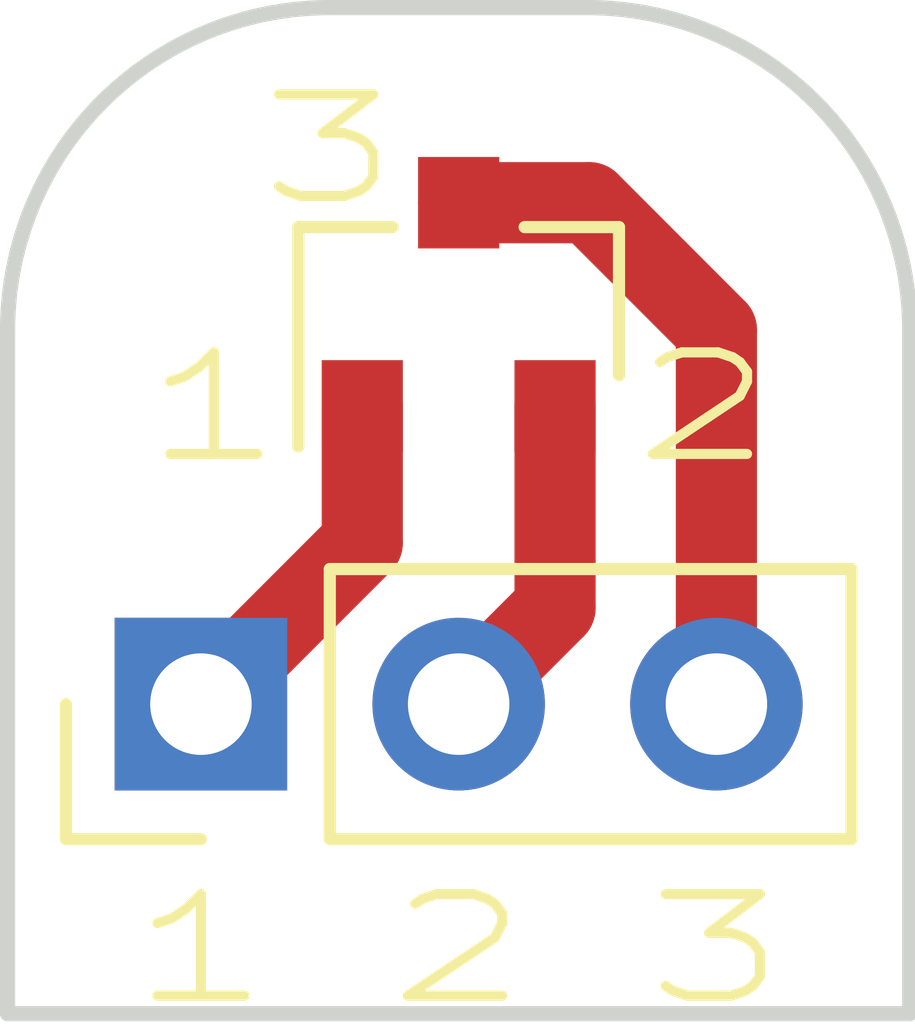
<source format=kicad_pcb>
(kicad_pcb (version 4) (host pcbnew 4.0.7-e2-6376~58~ubuntu16.04.1)

  (general
    (links 0)
    (no_connects 0)
    (area 119.885 81.192999 136.965 111.593001)
    (thickness 1.6)
    (drawings 16)
    (tracks 7)
    (zones 0)
    (modules 2)
    (nets 1)
  )

  (page A4)
  (layers
    (0 F.Cu signal)
    (31 B.Cu signal)
    (32 B.Adhes user)
    (33 F.Adhes user)
    (34 B.Paste user)
    (35 F.Paste user)
    (36 B.SilkS user)
    (37 F.SilkS user)
    (38 B.Mask user)
    (39 F.Mask user)
    (40 Dwgs.User user)
    (41 Cmts.User user)
    (42 Eco1.User user)
    (43 Eco2.User user)
    (44 Edge.Cuts user)
    (45 Margin user)
    (46 B.CrtYd user)
    (47 F.CrtYd user)
    (48 B.Fab user)
    (49 F.Fab user)
  )

  (setup
    (last_trace_width 0.8)
    (user_trace_width 0.5)
    (user_trace_width 0.8)
    (trace_clearance 0.2)
    (zone_clearance 0.508)
    (zone_45_only no)
    (trace_min 0.2)
    (segment_width 0.2)
    (edge_width 0.15)
    (via_size 0.6)
    (via_drill 0.4)
    (via_min_size 0.4)
    (via_min_drill 0.3)
    (uvia_size 0.3)
    (uvia_drill 0.1)
    (uvias_allowed no)
    (uvia_min_size 0.2)
    (uvia_min_drill 0.1)
    (pcb_text_width 0.3)
    (pcb_text_size 1.5 1.5)
    (mod_edge_width 0.15)
    (mod_text_size 1 1)
    (mod_text_width 0.15)
    (pad_size 1.524 1.524)
    (pad_drill 0.762)
    (pad_to_mask_clearance 0.2)
    (aux_axis_origin 0 0)
    (visible_elements FFFFFF7F)
    (pcbplotparams
      (layerselection 0x010f0_80000001)
      (usegerberextensions true)
      (excludeedgelayer true)
      (linewidth 0.100000)
      (plotframeref false)
      (viasonmask false)
      (mode 1)
      (useauxorigin false)
      (hpglpennumber 1)
      (hpglpenspeed 20)
      (hpglpendiameter 15)
      (hpglpenoverlay 2)
      (psnegative false)
      (psa4output false)
      (plotreference true)
      (plotvalue true)
      (plotinvisibletext false)
      (padsonsilk false)
      (subtractmaskfromsilk false)
      (outputformat 1)
      (mirror false)
      (drillshape 0)
      (scaleselection 1)
      (outputdirectory ""))
  )

  (net 0 "")

  (net_class Default "This is the default net class."
    (clearance 0.2)
    (trace_width 0.25)
    (via_dia 0.6)
    (via_drill 0.4)
    (uvia_dia 0.3)
    (uvia_drill 0.1)
  )

  (module TO_SOT_Packages_SMD:SOT-23 (layer F.Cu) (tedit 5A1A042C) (tstamp 5A8FADD1)
    (at 125.73 92.456 90)
    (descr "SOT-23, Standard")
    (tags SOT-23)
    (attr smd)
    (fp_text reference REF** (at -3.683 7.112 90) (layer F.SilkS) hide
      (effects (font (size 1 1) (thickness 0.15)))
    )
    (fp_text value SOT-23 (at 0 10.16 90) (layer F.Fab) hide
      (effects (font (size 1 1) (thickness 0.15)))
    )
    (fp_text user %R (at 0.127 7.239 180) (layer F.Fab) hide
      (effects (font (size 0.5 0.5) (thickness 0.075)))
    )
    (fp_line (start -0.7 -0.95) (end -0.7 1.5) (layer F.Fab) (width 0.1))
    (fp_line (start -0.15 -1.52) (end 0.7 -1.52) (layer F.Fab) (width 0.1))
    (fp_line (start -0.7 -0.95) (end -0.15 -1.52) (layer F.Fab) (width 0.1))
    (fp_line (start 0.7 -1.52) (end 0.7 1.52) (layer F.Fab) (width 0.1))
    (fp_line (start -0.7 1.52) (end 0.7 1.52) (layer F.Fab) (width 0.1))
    (fp_line (start 0.76 1.58) (end 0.76 0.65) (layer F.SilkS) (width 0.12))
    (fp_line (start 0.76 -1.58) (end 0.76 -0.65) (layer F.SilkS) (width 0.12))
    (fp_line (start -1.7 -1.75) (end 1.7 -1.75) (layer F.CrtYd) (width 0.05))
    (fp_line (start 1.7 -1.75) (end 1.7 1.75) (layer F.CrtYd) (width 0.05))
    (fp_line (start 1.7 1.75) (end -1.7 1.75) (layer F.CrtYd) (width 0.05))
    (fp_line (start -1.7 1.75) (end -1.7 -1.75) (layer F.CrtYd) (width 0.05))
    (fp_line (start 0.76 -1.58) (end -1.4 -1.58) (layer F.SilkS) (width 0.12))
    (fp_line (start 0.76 1.58) (end -0.7 1.58) (layer F.SilkS) (width 0.12))
    (pad 1 smd rect (at -1 -0.95 90) (size 0.9 0.8) (layers F.Cu F.Paste F.Mask))
    (pad 2 smd rect (at -1 0.95 90) (size 0.9 0.8) (layers F.Cu F.Paste F.Mask))
    (pad 3 smd rect (at 1 0 90) (size 0.9 0.8) (layers F.Cu F.Paste F.Mask))
    (model ${KISYS3DMOD}/TO_SOT_Packages_SMD.3dshapes/SOT-23.wrl
      (at (xyz 0 0 0))
      (scale (xyz 1 1 1))
      (rotate (xyz 0 0 0))
    )
  )

  (module Pin_Headers:Pin_Header_Straight_1x03_Pitch2.54mm (layer F.Cu) (tedit 5A1A0483) (tstamp 5A98E80B)
    (at 123.19 96.393 90)
    (descr "Through hole straight pin header, 1x03, 2.54mm pitch, single row")
    (tags "Through hole pin header THT 1x03 2.54mm single row")
    (fp_text reference REF** (at 0 -2.33 90) (layer F.SilkS) hide
      (effects (font (size 1 1) (thickness 0.15)))
    )
    (fp_text value Pin_Header_Straight_1x03_Pitch2.54mm (at 0 7.41 90) (layer F.Fab) hide
      (effects (font (size 1 1) (thickness 0.15)))
    )
    (fp_line (start -0.635 -1.27) (end 1.27 -1.27) (layer F.Fab) (width 0.1))
    (fp_line (start 1.27 -1.27) (end 1.27 6.35) (layer F.Fab) (width 0.1))
    (fp_line (start 1.27 6.35) (end -1.27 6.35) (layer F.Fab) (width 0.1))
    (fp_line (start -1.27 6.35) (end -1.27 -0.635) (layer F.Fab) (width 0.1))
    (fp_line (start -1.27 -0.635) (end -0.635 -1.27) (layer F.Fab) (width 0.1))
    (fp_line (start -1.33 6.41) (end 1.33 6.41) (layer F.SilkS) (width 0.12))
    (fp_line (start -1.33 1.27) (end -1.33 6.41) (layer F.SilkS) (width 0.12))
    (fp_line (start 1.33 1.27) (end 1.33 6.41) (layer F.SilkS) (width 0.12))
    (fp_line (start -1.33 1.27) (end 1.33 1.27) (layer F.SilkS) (width 0.12))
    (fp_line (start -1.33 0) (end -1.33 -1.33) (layer F.SilkS) (width 0.12))
    (fp_line (start -1.33 -1.33) (end 0 -1.33) (layer F.SilkS) (width 0.12))
    (fp_line (start -1.8 -1.8) (end -1.8 6.85) (layer F.CrtYd) (width 0.05))
    (fp_line (start -1.8 6.85) (end 1.8 6.85) (layer F.CrtYd) (width 0.05))
    (fp_line (start 1.8 6.85) (end 1.8 -1.8) (layer F.CrtYd) (width 0.05))
    (fp_line (start 1.8 -1.8) (end -1.8 -1.8) (layer F.CrtYd) (width 0.05))
    (fp_text user %R (at 0 2.54 180) (layer F.Fab) hide
      (effects (font (size 1 1) (thickness 0.15)))
    )
    (pad 1 thru_hole rect (at 0 0 90) (size 1.7 1.7) (drill 1) (layers *.Cu *.Mask))
    (pad 2 thru_hole oval (at 0 2.54 90) (size 1.7 1.7) (drill 1) (layers *.Cu *.Mask))
    (pad 3 thru_hole oval (at 0 5.08 90) (size 1.7 1.7) (drill 1) (layers *.Cu *.Mask))
    (model ${KISYS3DMOD}/Pin_Headers.3dshapes/Pin_Header_Straight_1x03_Pitch2.54mm.wrl
      (at (xyz 0 0 0))
      (scale (xyz 1 1 1))
      (rotate (xyz 0 0 0))
    )
  )

  (gr_text 32bitfun.com (at 125.73 98.552) (layer B.Mask)
    (effects (font (size 0.8 0.8) (thickness 0.05)) (justify mirror))
  )
  (gr_text "SOT23\nAdapter" (at 125.73 92.329) (layer B.Mask)
    (effects (font (size 1 1.5) (thickness 0.1)) (justify mirror))
  )
  (gr_line (start 127 89.535) (end 124.46 89.535) (layer Edge.Cuts) (width 0.15))
  (gr_arc (start 124.46 92.71) (end 121.285 92.71) (angle 90) (layer Edge.Cuts) (width 0.15))
  (gr_arc (start 127 92.71) (end 127 89.535) (angle 90) (layer Edge.Cuts) (width 0.15))
  (gr_line (start 121.285 92.71) (end 121.285 92.71) (layer Edge.Cuts) (width 0.15) (tstamp 5A98E881))
  (gr_line (start 121.285 99.441) (end 121.285 92.71) (layer Edge.Cuts) (width 0.15))
  (gr_line (start 130.175 92.71) (end 130.175 92.71) (layer Edge.Cuts) (width 0.15) (tstamp 5A98E880))
  (gr_line (start 130.175 99.441) (end 130.175 92.71) (layer Edge.Cuts) (width 0.15))
  (gr_line (start 121.285 99.441) (end 130.175 99.441) (layer Edge.Cuts) (width 0.15))
  (gr_text 3 (at 128.27 98.806) (layer F.SilkS)
    (effects (font (size 1 1.5) (thickness 0.1)))
  )
  (gr_text 2 (at 125.73 98.806) (layer F.SilkS)
    (effects (font (size 1 1.5) (thickness 0.1)))
  )
  (gr_text 1 (at 123.19 98.806) (layer F.SilkS)
    (effects (font (size 1 1.5) (thickness 0.1)))
  )
  (gr_text 3 (at 124.46 90.932) (layer F.SilkS)
    (effects (font (size 1 1.5) (thickness 0.1)))
  )
  (gr_text 2 (at 128.143 93.472) (layer F.SilkS)
    (effects (font (size 1 1.5) (thickness 0.1)))
  )
  (gr_text 1 (at 123.317 93.472) (layer F.SilkS)
    (effects (font (size 1 1.5) (thickness 0.1)))
  )

  (segment (start 127.016 91.456) (end 128.27 92.71) (width 0.8) (layer F.Cu) (net 0))
  (segment (start 128.27 92.71) (end 128.27 96.393) (width 0.8) (layer F.Cu) (net 0))
  (segment (start 125.73 91.456) (end 127.016 91.456) (width 0.8) (layer F.Cu) (net 0))
  (segment (start 126.68 93.456) (end 126.68 95.443) (width 0.8) (layer F.Cu) (net 0))
  (segment (start 126.68 95.443) (end 125.73 96.393) (width 0.8) (layer F.Cu) (net 0))
  (segment (start 124.78 93.456) (end 124.78 94.803) (width 0.8) (layer F.Cu) (net 0))
  (segment (start 124.78 94.803) (end 123.19 96.393) (width 0.8) (layer F.Cu) (net 0))

)

</source>
